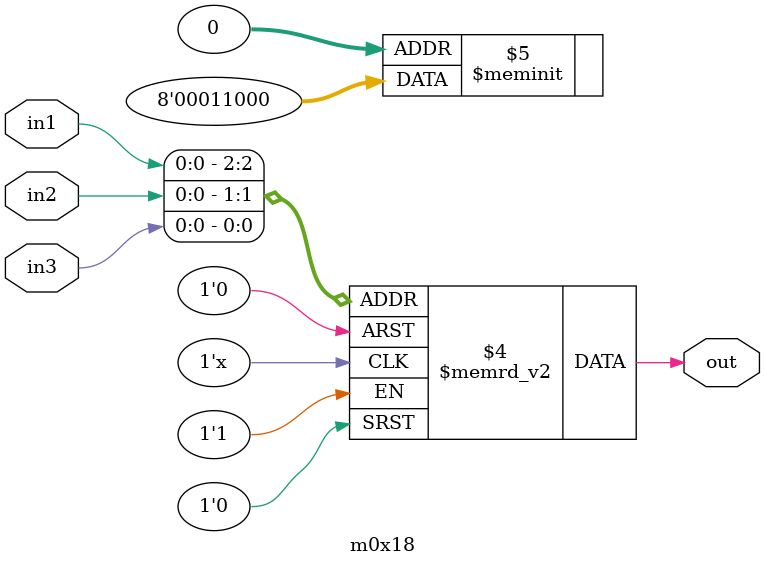
<source format=v>
module m0x18(output out, input in1, in2, in3);

   always @(in1, in2, in3)
     begin
        case({in1, in2, in3})
          3'b000: {out} = 1'b0;
          3'b001: {out} = 1'b0;
          3'b010: {out} = 1'b0;
          3'b011: {out} = 1'b1;
          3'b100: {out} = 1'b1;
          3'b101: {out} = 1'b0;
          3'b110: {out} = 1'b0;
          3'b111: {out} = 1'b0;
        endcase // case ({in1, in2, in3})
     end // always @ (in1, in2, in3)

endmodule // m0x18
</source>
